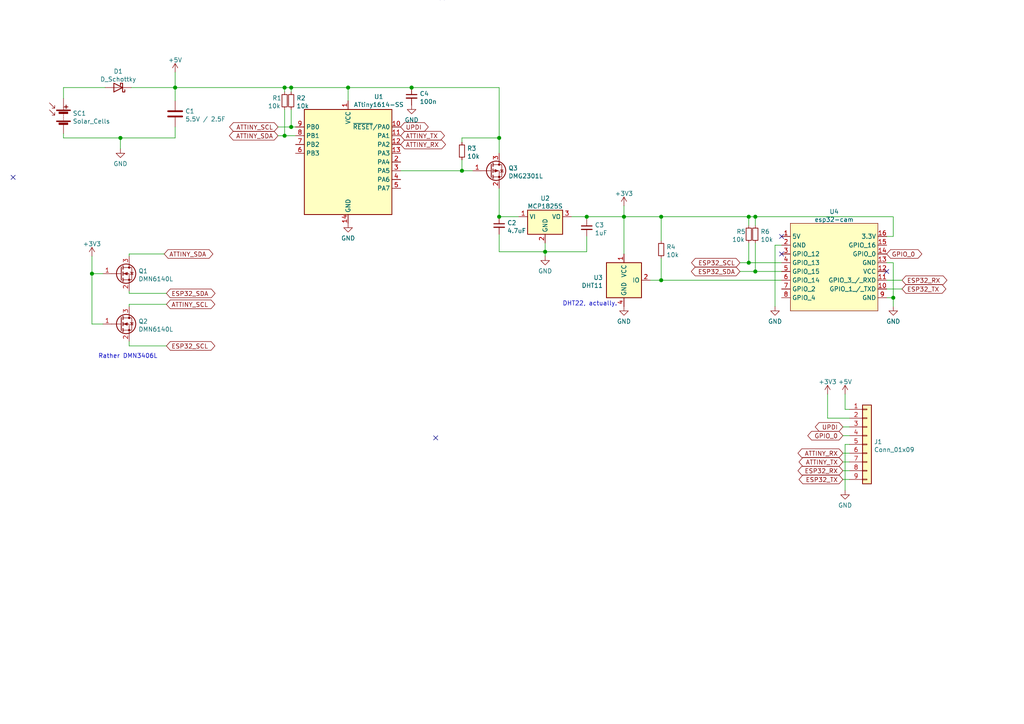
<source format=kicad_sch>
(kicad_sch (version 20210126) (generator eeschema)
  (paper "A4")
  (lib_symbols
    (symbol "Connector_Generic:Conn_01x09" (pin_names (offset 1.016) hide)
      (property "Reference" "J" (at 0 12.7 0))
      (property "Value" "Conn_01x09" (at 0 -12.7 0))
      (symbol "Conn_01x09_1_1"
        (rectangle (start -1.27 -10.033) (end 0 -10.287) (stroke (width 0.1524)))
        (rectangle (start -1.27 -7.493) (end 0 -7.747) (stroke (width 0.1524)))
        (rectangle (start -1.27 -4.953) (end 0 -5.207) (stroke (width 0.1524)))
        (rectangle (start -1.27 -2.413) (end 0 -2.667) (stroke (width 0.1524)))
        (rectangle (start -1.27 0.127) (end 0 -0.127) (stroke (width 0.1524)))
        (rectangle (start -1.27 2.667) (end 0 2.413) (stroke (width 0.1524)))
        (rectangle (start -1.27 5.207) (end 0 4.953) (stroke (width 0.1524)))
        (rectangle (start -1.27 7.747) (end 0 7.493) (stroke (width 0.1524)))
        (rectangle (start -1.27 10.287) (end 0 10.033) (stroke (width 0.1524)))
        (rectangle (start -1.27 11.43) (end 1.27 -11.43) (stroke (width 0.254)) (fill (type background)))
        (pin passive line (at -5.08 10.16 0) (length 3.81) (name "Pin_1") (number "1"))
        (pin passive line (at -5.08 7.62 0) (length 3.81) (name "Pin_2") (number "2"))
        (pin passive line (at -5.08 5.08 0) (length 3.81) (name "Pin_3") (number "3"))
        (pin passive line (at -5.08 2.54 0) (length 3.81) (name "Pin_4") (number "4"))
        (pin passive line (at -5.08 0 0) (length 3.81) (name "Pin_5") (number "5"))
        (pin passive line (at -5.08 -2.54 0) (length 3.81) (name "Pin_6") (number "6"))
        (pin passive line (at -5.08 -5.08 0) (length 3.81) (name "Pin_7") (number "7"))
        (pin passive line (at -5.08 -7.62 0) (length 3.81) (name "Pin_8") (number "8"))
        (pin passive line (at -5.08 -10.16 0) (length 3.81) (name "Pin_9") (number "9"))
      )
    )
    (symbol "Device:C" (pin_numbers hide) (pin_names (offset 0.254))
      (property "Reference" "C" (at 0.635 2.54 0))
      (property "Value" "C" (at 0.635 -2.54 0))
      (symbol "C_0_1"
        (polyline (pts (xy -2.032 -0.762) (xy 2.032 -0.762)) (stroke (width 0.508)))
        (polyline (pts (xy -2.032 0.762) (xy 2.032 0.762)) (stroke (width 0.508)))
      )
      (symbol "C_1_1"
        (pin passive line (at 0 3.81 270) (length 2.794) (name "~") (number "1"))
        (pin passive line (at 0 -3.81 90) (length 2.794) (name "~") (number "2"))
      )
    )
    (symbol "Device:C_Small" (pin_numbers hide) (pin_names (offset 0.254) hide)
      (property "Reference" "C" (at 0.254 1.778 0))
      (property "Value" "C_Small" (at 0.254 -2.032 0))
      (symbol "C_Small_0_1"
        (polyline (pts (xy -1.524 -0.508) (xy 1.524 -0.508)) (stroke (width 0.3302)))
        (polyline (pts (xy -1.524 0.508) (xy 1.524 0.508)) (stroke (width 0.3048)))
      )
      (symbol "C_Small_1_1"
        (pin passive line (at 0 2.54 270) (length 2.032) (name "~") (number "1"))
        (pin passive line (at 0 -2.54 90) (length 2.032) (name "~") (number "2"))
      )
    )
    (symbol "Device:D_Schottky" (pin_numbers hide) (pin_names (offset 1.016) hide)
      (property "Reference" "D" (at 0 2.54 0))
      (property "Value" "D_Schottky" (at 0 -2.54 0))
      (symbol "D_Schottky_0_1"
        (polyline (pts (xy 1.27 0) (xy -1.27 0)))
        (polyline (pts (xy 1.27 1.27) (xy 1.27 -1.27) (xy -1.27 0) (xy 1.27 1.27)) (stroke (width 0.254)))
        (polyline (pts (xy -1.905 0.635) (xy -1.905 1.27) (xy -1.27 1.27) (xy -1.27 -1.27) (xy -0.635 -1.27) (xy -0.635 -0.635)) (stroke (width 0.254)))
      )
      (symbol "D_Schottky_1_1"
        (pin passive line (at -3.81 0 0) (length 2.54) (name "K") (number "1"))
        (pin passive line (at 3.81 0 180) (length 2.54) (name "A") (number "2"))
      )
    )
    (symbol "Device:R_Small" (pin_numbers hide) (pin_names (offset 0.254) hide)
      (property "Reference" "R" (at 0.762 0.508 0))
      (property "Value" "R_Small" (at 0.762 -1.016 0))
      (symbol "R_Small_0_1"
        (rectangle (start -0.762 1.778) (end 0.762 -1.778) (stroke (width 0.2032)))
      )
      (symbol "R_Small_1_1"
        (pin passive line (at 0 2.54 270) (length 0.762) (name "~") (number "1"))
        (pin passive line (at 0 -2.54 90) (length 0.762) (name "~") (number "2"))
      )
    )
    (symbol "Device:Solar_Cells" (pin_numbers hide) (pin_names (offset 0) hide)
      (property "Reference" "SC" (at 2.54 2.54 0))
      (property "Value" "Solar_Cells" (at 2.54 0 0))
      (symbol "Solar_Cells_0_1"
        (rectangle (start -2.032 -1.397) (end 2.032 -1.651) (fill (type outline)))
        (rectangle (start -2.032 1.778) (end 2.032 1.524) (fill (type outline)))
        (rectangle (start -1.3208 -1.9812) (end 1.27 -2.4892) (fill (type outline)))
        (rectangle (start -1.3208 1.1938) (end 1.27 0.6858) (fill (type outline)))
        (polyline (pts (xy -2.54 0.254) (xy -4.064 1.778)))
        (polyline (pts (xy -2.54 2.286) (xy -4.064 3.81)))
        (polyline (pts (xy 0 -1.524) (xy 0 -1.27)))
        (polyline (pts (xy 0 -1.016) (xy 0 -0.762)))
        (polyline (pts (xy 0 -0.508) (xy 0 -0.254)))
        (polyline (pts (xy 0 0) (xy 0 0.254)))
        (polyline (pts (xy 0 0.508) (xy 0 0.762)))
        (polyline (pts (xy 0 1.778) (xy 0 2.54)))
        (polyline (pts (xy 0.254 2.667) (xy 1.27 2.667)) (stroke (width 0.254)))
        (polyline (pts (xy 0.762 3.175) (xy 0.762 2.159)) (stroke (width 0.254)))
        (polyline (pts (xy -2.54 1.016) (xy -2.54 0.254) (xy -3.302 0.254)))
        (polyline (pts (xy -2.54 3.048) (xy -2.54 2.286) (xy -3.302 2.286)))
      )
      (symbol "Solar_Cells_1_1"
        (pin passive line (at 0 5.08 270) (length 2.54) (name "+") (number "1"))
        (pin passive line (at 0 -5.08 90) (length 2.54) (name "-") (number "2"))
      )
    )
    (symbol "MCU_Microchip_ATtiny:ATtiny1614-SS"
      (property "Reference" "U" (at -12.7 16.51 0))
      (property "Value" "ATtiny1614-SS" (at 2.54 -16.51 0))
      (symbol "ATtiny1614-SS_0_1"
        (rectangle (start -12.7 -15.24) (end 12.7 15.24) (stroke (width 0.254)) (fill (type background)))
      )
      (symbol "ATtiny1614-SS_1_1"
        (pin power_in line (at 0 17.78 270) (length 2.54) (name "VCC") (number "1"))
        (pin bidirectional line (at 15.24 10.16 180) (length 2.54) (name "~RESET~/PA0") (number "10"))
        (pin bidirectional line (at 15.24 7.62 180) (length 2.54) (name "PA1") (number "11"))
        (pin bidirectional line (at 15.24 5.08 180) (length 2.54) (name "PA2") (number "12"))
        (pin bidirectional line (at 15.24 2.54 180) (length 2.54) (name "PA3") (number "13"))
        (pin power_in line (at 0 -17.78 90) (length 2.54) (name "GND") (number "14"))
        (pin bidirectional line (at 15.24 0 180) (length 2.54) (name "PA4") (number "2"))
        (pin bidirectional line (at 15.24 -2.54 180) (length 2.54) (name "PA5") (number "3"))
        (pin bidirectional line (at 15.24 -5.08 180) (length 2.54) (name "PA6") (number "4"))
        (pin bidirectional line (at 15.24 -7.62 180) (length 2.54) (name "PA7") (number "5"))
        (pin bidirectional line (at -15.24 2.54 0) (length 2.54) (name "PB3") (number "6"))
        (pin bidirectional line (at -15.24 5.08 0) (length 2.54) (name "PB2") (number "7"))
        (pin bidirectional line (at -15.24 7.62 0) (length 2.54) (name "PB1") (number "8"))
        (pin bidirectional line (at -15.24 10.16 0) (length 2.54) (name "PB0") (number "9"))
      )
    )
    (symbol "Regulator_Linear:MCP1825S"
      (property "Reference" "U" (at -3.81 3.175 0))
      (property "Value" "MCP1825S" (at 0 3.175 0))
      (symbol "MCP1825S_0_1"
        (rectangle (start -5.08 1.905) (end 5.08 -5.08) (stroke (width 0.254)) (fill (type background)))
      )
      (symbol "MCP1825S_1_1"
        (pin power_in line (at -7.62 0 0) (length 2.54) (name "VI") (number "1"))
        (pin power_in line (at 0 -7.62 90) (length 2.54) (name "GND") (number "2"))
        (pin power_out line (at 7.62 0 180) (length 2.54) (name "VO") (number "3"))
      )
    )
    (symbol "Sensor:DHT11"
      (property "Reference" "U" (at -3.81 6.35 0))
      (property "Value" "DHT11" (at 3.81 6.35 0))
      (symbol "DHT11_0_1"
        (rectangle (start -5.08 5.08) (end 5.08 -5.08) (stroke (width 0.254)) (fill (type background)))
      )
      (symbol "DHT11_1_1"
        (pin power_in line (at 0 7.62 270) (length 2.54) (name "VCC") (number "1"))
        (pin bidirectional line (at 7.62 0 180) (length 2.54) (name "IO") (number "2"))
        (pin no_connect line (at -5.08 0 0) (length 2.54) hide (name "NC") (number "3"))
        (pin power_in line (at 0 -7.62 90) (length 2.54) (name "GND") (number "4"))
      )
    )
    (symbol "Transistor_FET:DMG2301L" (pin_names hide)
      (property "Reference" "Q" (at 5.08 1.905 0))
      (property "Value" "DMG2301L" (at 5.08 0 0))
      (symbol "DMG2301L_0_1"
        (circle (center 1.651 0) (radius 2.794) (stroke (width 0.254)))
        (circle (center 2.54 -1.778) (radius 0.254) (fill (type outline)))
        (circle (center 2.54 1.778) (radius 0.254) (fill (type outline)))
        (polyline (pts (xy 0.254 0) (xy -2.54 0)))
        (polyline (pts (xy 0.254 1.905) (xy 0.254 -1.905)) (stroke (width 0.254)))
        (polyline (pts (xy 0.762 -1.27) (xy 0.762 -2.286)) (stroke (width 0.254)))
        (polyline (pts (xy 0.762 0.508) (xy 0.762 -0.508)) (stroke (width 0.254)))
        (polyline (pts (xy 0.762 2.286) (xy 0.762 1.27)) (stroke (width 0.254)))
        (polyline (pts (xy 2.54 2.54) (xy 2.54 1.778)))
        (polyline (pts (xy 2.54 -2.54) (xy 2.54 0) (xy 0.762 0)))
        (polyline (pts (xy 0.762 1.778) (xy 3.302 1.778) (xy 3.302 -1.778) (xy 0.762 -1.778)))
        (polyline (pts (xy 2.794 -0.508) (xy 2.921 -0.381) (xy 3.683 -0.381) (xy 3.81 -0.254)))
        (polyline (pts (xy 3.302 -0.381) (xy 2.921 0.254) (xy 3.683 0.254) (xy 3.302 -0.381)))
        (polyline (pts (xy 2.286 0) (xy 1.27 0.381) (xy 1.27 -0.381) (xy 2.286 0)) (fill (type outline)))
      )
      (symbol "DMG2301L_1_1"
        (pin input line (at -5.08 0 0) (length 2.54) (name "G") (number "1"))
        (pin passive line (at 2.54 -5.08 90) (length 2.54) (name "S") (number "2"))
        (pin passive line (at 2.54 5.08 270) (length 2.54) (name "D") (number "3"))
      )
    )
    (symbol "Transistor_FET:DMN6140L" (pin_names hide)
      (property "Reference" "Q" (at 5.08 1.905 0))
      (property "Value" "DMN6140L" (at 5.08 0 0))
      (symbol "DMN6140L_0_1"
        (circle (center 1.651 0) (radius 2.794) (stroke (width 0.254)))
        (circle (center 2.54 -1.778) (radius 0.254) (fill (type outline)))
        (circle (center 2.54 1.778) (radius 0.254) (fill (type outline)))
        (polyline (pts (xy 0.254 0) (xy -2.54 0)))
        (polyline (pts (xy 0.254 1.905) (xy 0.254 -1.905)) (stroke (width 0.254)))
        (polyline (pts (xy 0.762 -1.27) (xy 0.762 -2.286)) (stroke (width 0.254)))
        (polyline (pts (xy 0.762 0.508) (xy 0.762 -0.508)) (stroke (width 0.254)))
        (polyline (pts (xy 0.762 2.286) (xy 0.762 1.27)) (stroke (width 0.254)))
        (polyline (pts (xy 2.54 2.54) (xy 2.54 1.778)))
        (polyline (pts (xy 2.54 -2.54) (xy 2.54 0) (xy 0.762 0)))
        (polyline (pts (xy 0.762 -1.778) (xy 3.302 -1.778) (xy 3.302 1.778) (xy 0.762 1.778)))
        (polyline (pts (xy 2.794 0.508) (xy 2.921 0.381) (xy 3.683 0.381) (xy 3.81 0.254)))
        (polyline (pts (xy 3.302 0.381) (xy 2.921 -0.254) (xy 3.683 -0.254) (xy 3.302 0.381)))
        (polyline (pts (xy 1.016 0) (xy 2.032 0.381) (xy 2.032 -0.381) (xy 1.016 0)) (fill (type outline)))
      )
      (symbol "DMN6140L_1_1"
        (pin input line (at -5.08 0 0) (length 2.54) (name "G") (number "1"))
        (pin passive line (at 2.54 -5.08 90) (length 2.54) (name "S") (number "2"))
        (pin passive line (at 2.54 5.08 270) (length 2.54) (name "D") (number "3"))
      )
    )
    (symbol "esp32-cam:esp32-cam"
      (property "Reference" "U" (at 0 20.32 0))
      (property "Value" "esp32-cam" (at 0 -10.16 0))
      (symbol "esp32-cam_0_1"
        (rectangle (start -12.7 17.78) (end 12.7 -7.62) (stroke (width 0.1524)) (fill (type background)))
      )
      (symbol "esp32-cam_1_1"
        (pin power_in line (at -15.24 13.97 0) (length 2.54) (name "5V") (number "1"))
        (pin bidirectional line (at 15.24 -1.27 180) (length 2.54) (name "GPIO_1_/_TXD") (number "10"))
        (pin bidirectional line (at 15.24 1.27 180) (length 2.54) (name "GPIO_3_/_RXD") (number "11"))
        (pin power_out line (at 15.24 3.81 180) (length 2.54) (name "VCC") (number "12"))
        (pin power_in line (at 15.24 6.35 180) (length 2.54) (name "GND") (number "13"))
        (pin bidirectional line (at 15.24 8.89 180) (length 2.54) (name "GPIO_0") (number "14"))
        (pin bidirectional line (at 15.24 11.43 180) (length 2.54) (name "GPIO_16") (number "15"))
        (pin power_in line (at 15.24 13.97 180) (length 2.54) (name "3.3V") (number "16"))
        (pin power_in line (at -15.24 11.43 0) (length 2.54) (name "GND") (number "2"))
        (pin bidirectional line (at -15.24 8.89 0) (length 2.54) (name "GPIO_12") (number "3"))
        (pin bidirectional line (at -15.24 6.35 0) (length 2.54) (name "GPIO_13") (number "4"))
        (pin bidirectional line (at -15.24 3.81 0) (length 2.54) (name "GPIO_15") (number "5"))
        (pin bidirectional line (at -15.24 1.27 0) (length 2.54) (name "GPIO_14") (number "6"))
        (pin bidirectional line (at -15.24 -1.27 0) (length 2.54) (name "GPIO_2") (number "7"))
        (pin bidirectional line (at -15.24 -3.81 0) (length 2.54) (name "GPIO_4") (number "8"))
        (pin power_in line (at 15.24 -3.81 180) (length 2.54) (name "GND") (number "9"))
      )
    )
    (symbol "power:+3.3V" (power) (pin_names (offset 0))
      (property "Value" "+3.3V" (at 0 3.556 0))
      (symbol "+3.3V_0_1"
        (polyline (pts (xy -0.762 1.27) (xy 0 2.54)))
        (polyline (pts (xy 0 0) (xy 0 2.54)))
        (polyline (pts (xy 0 2.54) (xy 0.762 1.27)))
      )
      (symbol "+3.3V_1_1"
        (pin power_in line (at 0 0 90) (length 0) hide (name "+3V3") (number "1"))
      )
    )
    (symbol "power:+5V" (power) (pin_names (offset 0))
      (property "Value" "+5V" (at 0 3.556 0))
      (symbol "+5V_0_1"
        (polyline (pts (xy -0.762 1.27) (xy 0 2.54)))
        (polyline (pts (xy 0 0) (xy 0 2.54)))
        (polyline (pts (xy 0 2.54) (xy 0.762 1.27)))
      )
      (symbol "+5V_1_1"
        (pin power_in line (at 0 0 90) (length 0) hide (name "+5V") (number "1"))
      )
    )
    (symbol "power:GND" (power) (pin_names (offset 0))
      (property "Value" "GND" (at 0 -3.81 0))
      (symbol "GND_0_1"
        (polyline (pts (xy 0 0) (xy 0 -1.27) (xy 1.27 -1.27) (xy 0 -2.54) (xy -1.27 -1.27) (xy 0 -1.27)))
      )
      (symbol "GND_1_1"
        (pin power_in line (at 0 0 270) (length 0) hide (name "GND") (number "1"))
      )
    )
  )
  (junction (at 26.67 79.375) (diameter 1.016))
  (junction (at 34.925 40.005) (diameter 1.016))
  (junction (at 50.8 25.4) (diameter 1.016))
  (junction (at 82.55 25.4) (diameter 1.016))
  (junction (at 82.55 39.37) (diameter 1.016))
  (junction (at 84.455 25.4) (diameter 1.016))
  (junction (at 84.455 36.83) (diameter 1.016))
  (junction (at 100.965 25.4) (diameter 1.016))
  (junction (at 119.38 25.4) (diameter 1.016))
  (junction (at 133.985 49.53) (diameter 1.016))
  (junction (at 144.78 40.005) (diameter 1.016))
  (junction (at 144.78 62.865) (diameter 1.016))
  (junction (at 158.115 73.025) (diameter 1.016))
  (junction (at 170.18 62.865) (diameter 1.016))
  (junction (at 180.975 62.865) (diameter 1.016))
  (junction (at 191.77 62.865) (diameter 1.016))
  (junction (at 191.77 81.28) (diameter 1.016))
  (junction (at 217.17 62.865) (diameter 1.016))
  (junction (at 217.17 76.2) (diameter 1.016))
  (junction (at 219.075 62.865) (diameter 1.016))
  (junction (at 219.075 78.74) (diameter 1.016))
  (junction (at 259.08 86.36) (diameter 1.016))
  (no_connect (at -3.81 -36.195))
  (no_connect (at 3.81 51.435))
  (no_connect (at 126.365 127))
  (no_connect (at 128.27 -0.635))
  (no_connect (at 226.695 68.58))
  (no_connect (at 226.695 73.66))
  (no_connect (at 257.175 78.74))
  (wire (pts (xy 18.415 25.4) (xy 30.48 25.4)))
  (wire (pts (xy 18.415 28.575) (xy 18.415 25.4)))
  (wire (pts (xy 18.415 40.005) (xy 18.415 38.735)))
  (wire (pts (xy 18.415 40.005) (xy 34.925 40.005)))
  (wire (pts (xy 26.67 74.295) (xy 26.67 79.375)))
  (wire (pts (xy 26.67 79.375) (xy 29.845 79.375)))
  (wire (pts (xy 26.67 93.98) (xy 26.67 79.375)))
  (wire (pts (xy 29.845 93.98) (xy 26.67 93.98)))
  (wire (pts (xy 34.925 40.005) (xy 34.925 43.18)))
  (wire (pts (xy 37.465 73.66) (xy 47.625 73.66)))
  (wire (pts (xy 37.465 74.295) (xy 37.465 73.66)))
  (wire (pts (xy 37.465 85.09) (xy 37.465 84.455)))
  (wire (pts (xy 37.465 88.265) (xy 37.465 88.9)))
  (wire (pts (xy 37.465 100.33) (xy 37.465 99.06)))
  (wire (pts (xy 38.1 25.4) (xy 50.8 25.4)))
  (wire (pts (xy 48.26 85.09) (xy 37.465 85.09)))
  (wire (pts (xy 48.26 88.265) (xy 37.465 88.265)))
  (wire (pts (xy 48.26 100.33) (xy 37.465 100.33)))
  (wire (pts (xy 50.8 20.955) (xy 50.8 25.4)))
  (wire (pts (xy 50.8 25.4) (xy 50.8 29.21)))
  (wire (pts (xy 50.8 25.4) (xy 82.55 25.4)))
  (wire (pts (xy 50.8 36.83) (xy 50.8 40.005)))
  (wire (pts (xy 50.8 40.005) (xy 34.925 40.005)))
  (wire (pts (xy 80.645 36.83) (xy 84.455 36.83)))
  (wire (pts (xy 80.645 39.37) (xy 82.55 39.37)))
  (wire (pts (xy 82.55 26.67) (xy 82.55 25.4)))
  (wire (pts (xy 82.55 39.37) (xy 82.55 31.75)))
  (wire (pts (xy 84.455 25.4) (xy 82.55 25.4)))
  (wire (pts (xy 84.455 25.4) (xy 100.965 25.4)))
  (wire (pts (xy 84.455 26.67) (xy 84.455 25.4)))
  (wire (pts (xy 84.455 36.83) (xy 84.455 31.75)))
  (wire (pts (xy 85.725 36.83) (xy 84.455 36.83)))
  (wire (pts (xy 85.725 39.37) (xy 82.55 39.37)))
  (wire (pts (xy 100.965 25.4) (xy 100.965 29.21)))
  (wire (pts (xy 116.205 49.53) (xy 133.985 49.53)))
  (wire (pts (xy 119.38 25.4) (xy 100.965 25.4)))
  (wire (pts (xy 133.985 40.005) (xy 144.78 40.005)))
  (wire (pts (xy 133.985 41.275) (xy 133.985 40.005)))
  (wire (pts (xy 133.985 46.355) (xy 133.985 49.53)))
  (wire (pts (xy 133.985 49.53) (xy 137.16 49.53)))
  (wire (pts (xy 144.78 25.4) (xy 119.38 25.4)))
  (wire (pts (xy 144.78 25.4) (xy 144.78 40.005)))
  (wire (pts (xy 144.78 40.005) (xy 144.78 44.45)))
  (wire (pts (xy 144.78 54.61) (xy 144.78 62.865)))
  (wire (pts (xy 144.78 62.865) (xy 150.495 62.865)))
  (wire (pts (xy 144.78 67.945) (xy 144.78 73.025)))
  (wire (pts (xy 144.78 73.025) (xy 158.115 73.025)))
  (wire (pts (xy 158.115 73.025) (xy 158.115 70.485)))
  (wire (pts (xy 158.115 73.025) (xy 158.115 74.295)))
  (wire (pts (xy 165.735 62.865) (xy 170.18 62.865)))
  (wire (pts (xy 170.18 62.865) (xy 170.18 63.5)))
  (wire (pts (xy 170.18 68.58) (xy 170.18 73.025)))
  (wire (pts (xy 170.18 73.025) (xy 158.115 73.025)))
  (wire (pts (xy 180.975 59.69) (xy 180.975 62.865)))
  (wire (pts (xy 180.975 62.865) (xy 170.18 62.865)))
  (wire (pts (xy 180.975 62.865) (xy 180.975 73.66)))
  (wire (pts (xy 180.975 62.865) (xy 191.77 62.865)))
  (wire (pts (xy 188.595 81.28) (xy 191.77 81.28)))
  (wire (pts (xy 191.77 62.865) (xy 191.77 69.85)))
  (wire (pts (xy 191.77 62.865) (xy 217.17 62.865)))
  (wire (pts (xy 191.77 74.93) (xy 191.77 81.28)))
  (wire (pts (xy 191.77 81.28) (xy 226.695 81.28)))
  (wire (pts (xy 214.63 76.2) (xy 217.17 76.2)))
  (wire (pts (xy 214.63 78.74) (xy 219.075 78.74)))
  (wire (pts (xy 217.17 62.865) (xy 219.075 62.865)))
  (wire (pts (xy 217.17 65.405) (xy 217.17 62.865)))
  (wire (pts (xy 217.17 70.485) (xy 217.17 76.2)))
  (wire (pts (xy 217.17 76.2) (xy 226.695 76.2)))
  (wire (pts (xy 219.075 65.405) (xy 219.075 62.865)))
  (wire (pts (xy 219.075 70.485) (xy 219.075 78.74)))
  (wire (pts (xy 219.075 78.74) (xy 226.695 78.74)))
  (wire (pts (xy 224.79 71.12) (xy 224.79 88.9)))
  (wire (pts (xy 224.79 71.12) (xy 226.695 71.12)))
  (wire (pts (xy 240.03 121.285) (xy 240.03 114.3)))
  (wire (pts (xy 244.475 123.825) (xy 246.38 123.825)))
  (wire (pts (xy 244.475 126.365) (xy 246.38 126.365)))
  (wire (pts (xy 244.475 131.445) (xy 246.38 131.445)))
  (wire (pts (xy 244.475 133.985) (xy 246.38 133.985)))
  (wire (pts (xy 244.475 136.525) (xy 246.38 136.525)))
  (wire (pts (xy 244.475 139.065) (xy 246.38 139.065)))
  (wire (pts (xy 245.11 118.745) (xy 245.11 114.3)))
  (wire (pts (xy 245.11 128.905) (xy 245.11 142.24)))
  (wire (pts (xy 246.38 118.745) (xy 245.11 118.745)))
  (wire (pts (xy 246.38 121.285) (xy 240.03 121.285)))
  (wire (pts (xy 246.38 128.905) (xy 245.11 128.905)))
  (wire (pts (xy 257.175 68.58) (xy 259.08 68.58)))
  (wire (pts (xy 257.175 76.2) (xy 259.08 76.2)))
  (wire (pts (xy 257.175 81.28) (xy 261.62 81.28)))
  (wire (pts (xy 257.175 83.82) (xy 261.62 83.82)))
  (wire (pts (xy 257.175 86.36) (xy 259.08 86.36)))
  (wire (pts (xy 259.08 62.865) (xy 219.075 62.865)))
  (wire (pts (xy 259.08 62.865) (xy 259.08 68.58)))
  (wire (pts (xy 259.08 76.2) (xy 259.08 86.36)))
  (wire (pts (xy 259.08 86.36) (xy 259.08 88.9)))
  (text "Rather DMN3406L" (at 45.72 104.14 180) (effects (font (size 1.27 1.27)) (justify right bottom)))
  (text "DHT22, actually." (at 179.07 88.9 180) (effects (font (size 1.27 1.27)) (justify right bottom)))
  (global_label "ATTINY_SDA" (shape bidirectional) (at 47.625 73.66 0) (property "Intersheet References" "${INTERSHEET_REFS}" (effects hide)))
  (global_label "ESP32_SDA" (shape bidirectional) (at 48.26 85.09 0) (property "Intersheet References" "${INTERSHEET_REFS}" (effects hide)))
  (global_label "ATTINY_SCL" (shape bidirectional) (at 48.26 88.265 0) (property "Intersheet References" "${INTERSHEET_REFS}" (effects hide)))
  (global_label "ESP32_SCL" (shape bidirectional) (at 48.26 100.33 0) (property "Intersheet References" "${INTERSHEET_REFS}" (effects hide)))
  (global_label "ATTINY_SCL" (shape bidirectional) (at 80.645 36.83 180) (property "Intersheet References" "${INTERSHEET_REFS}" (effects hide)))
  (global_label "ATTINY_SDA" (shape bidirectional) (at 80.645 39.37 180) (property "Intersheet References" "${INTERSHEET_REFS}" (effects hide)))
  (global_label "UPDI" (shape bidirectional) (at 116.205 36.83 0) (property "Intersheet References" "${INTERSHEET_REFS}" (effects hide)))
  (global_label "ATTINY_TX" (shape bidirectional) (at 116.205 39.37 0) (property "Intersheet References" "${INTERSHEET_REFS}" (effects hide)))
  (global_label "ATTINY_RX" (shape bidirectional) (at 116.205 41.91 0) (property "Intersheet References" "${INTERSHEET_REFS}" (effects hide)))
  (global_label "ESP32_SCL" (shape bidirectional) (at 214.63 76.2 180) (property "Intersheet References" "${INTERSHEET_REFS}" (effects hide)))
  (global_label "ESP32_SDA" (shape bidirectional) (at 214.63 78.74 180) (property "Intersheet References" "${INTERSHEET_REFS}" (effects hide)))
  (global_label "UPDI" (shape bidirectional) (at 244.475 123.825 180) (property "Intersheet References" "${INTERSHEET_REFS}" (effects hide)))
  (global_label "GPIO_0" (shape bidirectional) (at 244.475 126.365 180) (property "Intersheet References" "${INTERSHEET_REFS}" (effects hide)))
  (global_label "ATTINY_RX" (shape bidirectional) (at 244.475 131.445 180) (property "Intersheet References" "${INTERSHEET_REFS}" (effects hide)))
  (global_label "ATTINY_TX" (shape bidirectional) (at 244.475 133.985 180) (property "Intersheet References" "${INTERSHEET_REFS}" (effects hide)))
  (global_label "ESP32_RX" (shape bidirectional) (at 244.475 136.525 180) (property "Intersheet References" "${INTERSHEET_REFS}" (effects hide)))
  (global_label "ESP32_TX" (shape bidirectional) (at 244.475 139.065 180) (property "Intersheet References" "${INTERSHEET_REFS}" (effects hide)))
  (global_label "GPIO_0" (shape bidirectional) (at 257.175 73.66 0) (property "Intersheet References" "${INTERSHEET_REFS}" (effects hide)))
  (global_label "ESP32_RX" (shape bidirectional) (at 261.62 81.28 0) (property "Intersheet References" "${INTERSHEET_REFS}" (effects hide)))
  (global_label "ESP32_TX" (shape bidirectional) (at 261.62 83.82 0) (property "Intersheet References" "${INTERSHEET_REFS}" (effects hide)))
  (symbol (lib_id "power:+3.3V") (at 26.67 74.295 0) (unit 1)
    (property "Reference" "#PWR0109" (effects hide))
    (property "Value" "+3.3V" (at 26.67 70.7476 0))
  )
  (symbol (lib_id "power:+5V") (at 50.8 20.955 0) (unit 1)
    (property "Reference" "#PWR0101" (effects hide))
    (property "Value" "+5V" (at 50.8 17.4076 0))
  )
  (symbol (lib_id "power:+3.3V") (at 180.975 59.69 0) (unit 1)
    (property "Reference" "#PWR0107" (effects hide))
    (property "Value" "+3.3V" (at 180.975 56.1426 0))
  )
  (symbol (lib_id "power:+3.3V") (at 240.03 114.3 0) (unit 1)
    (property "Reference" "#PWR0111" (effects hide))
    (property "Value" "+3.3V" (at 240.03 110.7526 0))
  )
  (symbol (lib_id "power:+5V") (at 245.11 114.3 0) (unit 1)
    (property "Reference" "#PWR0110" (effects hide))
    (property "Value" "+5V" (at 245.11 110.7526 0))
  )
  (symbol (lib_id "power:GND") (at 34.925 43.18 0) (unit 1)
    (property "Reference" "#PWR0102" (effects hide))
    (property "Value" "GND" (at 34.925 47.5044 0))
  )
  (symbol (lib_id "power:GND") (at 100.965 64.77 0) (unit 1)
    (property "Reference" "#PWR0106" (effects hide))
    (property "Value" "GND" (at 100.965 69.0944 0))
  )
  (symbol (lib_id "power:GND") (at 119.38 30.48 0) (unit 1)
    (property "Reference" "#PWR0113" (effects hide))
    (property "Value" "GND" (at 119.38 34.8044 0))
  )
  (symbol (lib_id "power:GND") (at 158.115 74.295 0) (unit 1)
    (property "Reference" "#PWR0103" (effects hide))
    (property "Value" "GND" (at 158.115 78.6194 0))
  )
  (symbol (lib_id "power:GND") (at 180.975 88.9 0) (unit 1)
    (property "Reference" "#PWR0108" (effects hide))
    (property "Value" "GND" (at 180.975 93.2244 0))
  )
  (symbol (lib_id "power:GND") (at 224.79 88.9 0) (mirror y) (unit 1)
    (property "Reference" "#PWR0104" (effects hide))
    (property "Value" "GND" (at 224.79 93.2244 0))
  )
  (symbol (lib_id "power:GND") (at 245.11 142.24 0) (mirror y) (unit 1)
    (property "Reference" "#PWR0112" (effects hide))
    (property "Value" "GND" (at 245.11 146.5644 0))
  )
  (symbol (lib_id "power:GND") (at 259.08 88.9 0) (unit 1)
    (property "Reference" "#PWR0105" (effects hide))
    (property "Value" "GND" (at 259.08 93.2244 0))
  )
  (symbol (lib_id "Device:R_Small") (at 82.55 29.21 0) (unit 1)
    (property "Reference" "R1" (at 78.9687 28.4491 0) (effects (justify left)))
    (property "Value" "10k" (at 77.6987 30.7478 0) (effects (justify left)))
    (property "Footprint" "Resistor_SMD:R_0603_1608Metric" (effects hide))
  )
  (symbol (lib_id "Device:R_Small") (at 84.455 29.21 0) (unit 1)
    (property "Reference" "R2" (at 85.9537 28.4491 0) (effects (justify left)))
    (property "Value" "10k" (at 85.9537 30.7478 0) (effects (justify left)))
    (property "Footprint" "Resistor_SMD:R_0603_1608Metric" (effects hide))
  )
  (symbol (lib_id "Device:R_Small") (at 133.985 43.815 0) (unit 1)
    (property "Reference" "R3" (at 135.4837 43.0541 0) (effects (justify left)))
    (property "Value" "10k" (at 135.4837 45.3528 0) (effects (justify left)))
    (property "Footprint" "Resistor_SMD:R_0603_1608Metric" (effects hide))
  )
  (symbol (lib_id "Device:R_Small") (at 191.77 72.39 0) (unit 1)
    (property "Reference" "R4" (at 193.2687 71.6291 0) (effects (justify left)))
    (property "Value" "10k" (at 193.2687 73.9278 0) (effects (justify left)))
    (property "Footprint" "Resistor_SMD:R_0603_1608Metric" (effects hide))
  )
  (symbol (lib_id "Device:R_Small") (at 217.17 67.945 0) (unit 1)
    (property "Reference" "R5" (at 213.5887 67.1841 0) (effects (justify left)))
    (property "Value" "10k" (at 212.3187 69.4828 0) (effects (justify left)))
    (property "Footprint" "Resistor_SMD:R_0603_1608Metric" (effects hide))
  )
  (symbol (lib_id "Device:R_Small") (at 219.075 67.945 0) (unit 1)
    (property "Reference" "R6" (at 220.5737 67.1841 0) (effects (justify left)))
    (property "Value" "10k" (at 220.5737 69.4828 0) (effects (justify left)))
    (property "Footprint" "Resistor_SMD:R_0603_1608Metric" (effects hide))
  )
  (symbol (lib_id "Device:C_Small") (at 119.38 27.94 0) (unit 1)
    (property "Reference" "C4" (at 121.7042 27.1791 0) (effects (justify left)))
    (property "Value" "100n" (at 121.7042 29.4778 0) (effects (justify left)))
    (property "Footprint" "Capacitor_SMD:C_0603_1608Metric" (effects hide))
  )
  (symbol (lib_id "Device:C_Small") (at 144.78 65.405 0) (unit 1)
    (property "Reference" "C2" (at 147.1042 64.6441 0) (effects (justify left)))
    (property "Value" "4.7uF" (at 147.1042 66.9428 0) (effects (justify left)))
    (property "Footprint" "Capacitor_SMD:C_0603_1608Metric" (effects hide))
  )
  (symbol (lib_id "Device:C_Small") (at 170.18 66.04 0) (unit 1)
    (property "Reference" "C3" (at 172.5042 65.2791 0) (effects (justify left)))
    (property "Value" "1uF" (at 172.5042 67.5778 0) (effects (justify left)))
    (property "Footprint" "Capacitor_SMD:C_0603_1608Metric" (effects hide))
  )
  (symbol (lib_id "Device:D_Schottky") (at 34.29 25.4 180) (unit 1)
    (property "Reference" "D1" (at 34.29 20.6968 0))
    (property "Value" "D_Schottky" (at 34.29 22.9955 0))
    (property "Footprint" "Diode_SMD:D_SOD-128" (effects hide))
  )
  (symbol (lib_id "Device:C") (at 50.8 33.02 0) (unit 1)
    (property "Reference" "C1" (at 53.7211 32.2591 0) (effects (justify left)))
    (property "Value" "5.5V / 2.5F" (at 53.7211 34.5578 0) (effects (justify left)))
    (property "Footprint" "TerminalBlock_Phoenix:TerminalBlock_Phoenix_MKDS-1,5-2_1x02_P5.00mm_Horizontal" (effects hide))
  )
  (symbol (lib_id "Device:Solar_Cells") (at 18.415 33.655 0) (unit 1)
    (property "Reference" "SC1" (at 21.0821 32.8941 0) (effects (justify left)))
    (property "Value" "Solar_Cells" (at 21.0821 35.1928 0) (effects (justify left)))
    (property "Footprint" "TerminalBlock_Phoenix:TerminalBlock_Phoenix_MKDS-1,5-2_1x02_P5.00mm_Horizontal" (effects hide))
  )
  (symbol (lib_id "Transistor_FET:DMN6140L") (at 34.925 79.375 0) (unit 1)
    (property "Reference" "Q1" (at 40.1321 78.6141 0) (effects (justify left)))
    (property "Value" "DMN6140L" (at 40.1321 80.9128 0) (effects (justify left)))
    (property "Footprint" "Package_TO_SOT_SMD:SOT-23" (effects hide))
    (property "Datasheet" "http://www.diodes.com/assets/Datasheets/DMN6140L.pdf" (effects hide))
  )
  (symbol (lib_id "Transistor_FET:DMN6140L") (at 34.925 93.98 0) (unit 1)
    (property "Reference" "Q2" (at 40.1321 93.2191 0) (effects (justify left)))
    (property "Value" "DMN6140L" (at 40.1321 95.5178 0) (effects (justify left)))
    (property "Footprint" "Package_TO_SOT_SMD:SOT-23" (effects hide))
    (property "Datasheet" "http://www.diodes.com/assets/Datasheets/DMN6140L.pdf" (effects hide))
  )
  (symbol (lib_id "Transistor_FET:DMG2301L") (at 142.24 49.53 0) (unit 1)
    (property "Reference" "Q3" (at 147.4471 48.7691 0) (effects (justify left)))
    (property "Value" "DMG2301L" (at 147.4471 51.0678 0) (effects (justify left)))
    (property "Footprint" "Package_TO_SOT_SMD:SOT-23" (effects hide))
    (property "Datasheet" "https://www.diodes.com/assets/Datasheets/DMG2301L.pdf" (effects hide))
  )
  (symbol (lib_id "Connector_Generic:Conn_01x09") (at 251.46 128.905 0) (unit 1)
    (property "Reference" "J1" (at 253.4921 128.1441 0) (effects (justify left)))
    (property "Value" "Conn_01x09" (at 253.4921 130.4428 0) (effects (justify left)))
    (property "Footprint" "Connector_PinHeader_2.54mm:PinHeader_1x09_P2.54mm_Vertical" (effects hide))
  )
  (symbol (lib_id "Regulator_Linear:MCP1825S") (at 158.115 62.865 0) (unit 1)
    (property "Reference" "U2" (at 158.115 57.5268 0))
    (property "Value" "MCP1825S" (at 158.115 59.8255 0))
    (property "Footprint" "Package_TO_SOT_SMD:SOT-223-3_TabPin2" (effects hide))
    (property "Datasheet" "http://ww1.microchip.com/downloads/en/devicedoc/22056b.pdf" (effects hide))
  )
  (symbol (lib_id "Sensor:DHT11") (at 180.975 81.28 0) (unit 1)
    (property "Reference" "U3" (at 174.879 80.5191 0) (effects (justify right)))
    (property "Value" "DHT11" (at 174.879 82.8178 0) (effects (justify right)))
    (property "Footprint" "Sensor:Aosong_DHT11_5.5x12.0_P2.54mm" (effects hide))
    (property "Datasheet" "http://akizukidenshi.com/download/ds/aosong/DHT11.pdf" (effects hide))
  )
  (symbol (lib_id "esp32-cam:esp32-cam") (at 241.935 82.55 0) (unit 1)
    (property "Reference" "U4" (at 241.935 61.3876 0))
    (property "Value" "esp32-cam" (at 241.935 63.6863 0))
    (property "Footprint" "esp32-cam:esp32-cam" (effects hide))
  )
  (symbol (lib_id "MCU_Microchip_ATtiny:ATtiny1614-SS") (at 100.965 46.99 0) (unit 1)
    (property "Reference" "U1" (at 109.855 28.0628 0))
    (property "Value" "ATtiny1614-SS" (at 109.855 30.3615 0))
    (property "Footprint" "Package_SO:SOIC-14_3.9x8.7mm_P1.27mm" (effects hide))
    (property "Datasheet" "http://ww1.microchip.com/downloads/en/DeviceDoc/ATtiny1614-data-sheet-40001995A.pdf" (effects hide))
  )
)
</source>
